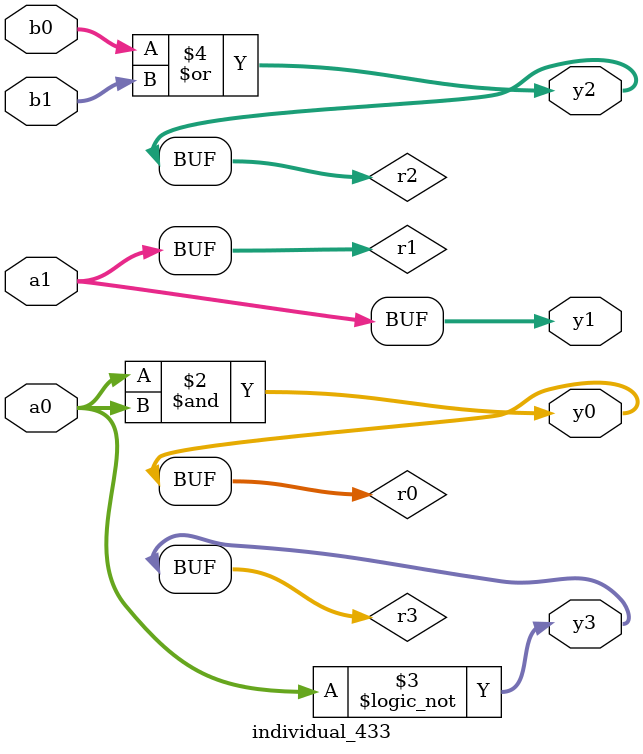
<source format=sv>
module individual_433(input logic [15:0] a1, input logic [15:0] a0, input logic [15:0] b1, input logic [15:0] b0, output logic [15:0] y3, output logic [15:0] y2, output logic [15:0] y1, output logic [15:0] y0);
logic [15:0] r0, r1, r2, r3; 
 always@(*) begin 
	 r0 = a0; r1 = a1; r2 = b0; r3 = b1; 
 	 r0  &=  a0 ;
 	 r3 = ! a0 ;
 	 r2  |=  b1 ;
 	 y3 = r3; y2 = r2; y1 = r1; y0 = r0; 
end
endmodule
</source>
